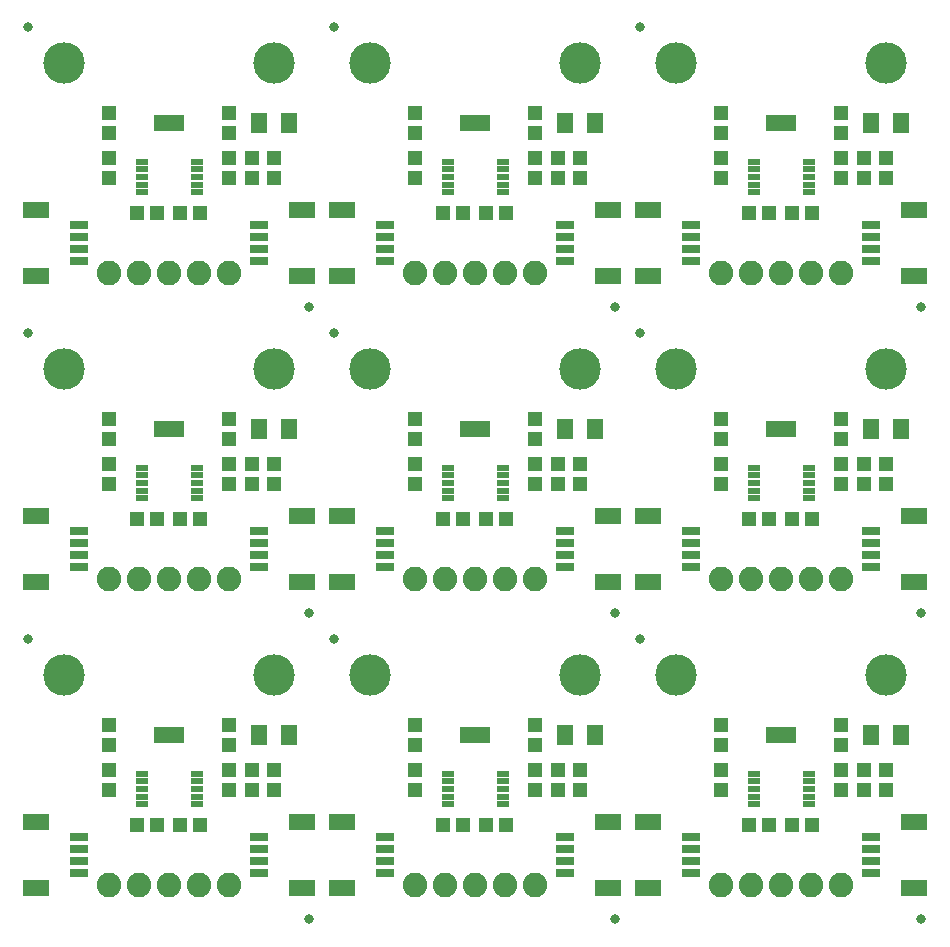
<source format=gts>
G75*
%MOIN*%
%OFA0B0*%
%FSLAX25Y25*%
%IPPOS*%
%LPD*%
%AMOC8*
5,1,8,0,0,1.08239X$1,22.5*
%
%ADD10C,0.13800*%
%ADD11C,0.03300*%
%ADD12R,0.04737X0.05131*%
%ADD13R,0.03300X0.05800*%
%ADD14R,0.08674X0.05524*%
%ADD15R,0.06115X0.03162*%
%ADD16C,0.08200*%
%ADD17R,0.05131X0.04737*%
%ADD18R,0.04343X0.02296*%
%ADD19R,0.05800X0.03300*%
D10*
X0071333Y0093500D03*
X0141333Y0093500D03*
X0173333Y0093500D03*
X0243333Y0093500D03*
X0275333Y0093500D03*
X0345333Y0093500D03*
X0345333Y0195500D03*
X0275333Y0195500D03*
X0243333Y0195500D03*
X0173333Y0195500D03*
X0141333Y0195500D03*
X0071333Y0195500D03*
X0071333Y0297500D03*
X0141333Y0297500D03*
X0173333Y0297500D03*
X0243333Y0297500D03*
X0275333Y0297500D03*
X0345333Y0297500D03*
D11*
X0263333Y0309500D03*
X0254833Y0216000D03*
X0263333Y0207500D03*
X0356833Y0216000D03*
X0356833Y0114000D03*
X0263333Y0105500D03*
X0254833Y0114000D03*
X0161333Y0105500D03*
X0152833Y0114000D03*
X0059333Y0105500D03*
X0152833Y0012000D03*
X0254833Y0012000D03*
X0356833Y0012000D03*
X0161333Y0207500D03*
X0152833Y0216000D03*
X0059333Y0207500D03*
X0059333Y0309500D03*
X0161333Y0309500D03*
D12*
X0188333Y0280846D03*
X0188333Y0274154D03*
X0188333Y0265846D03*
X0188333Y0259154D03*
X0228333Y0259154D03*
X0228333Y0265846D03*
X0235833Y0265846D03*
X0235833Y0259154D03*
X0243333Y0259154D03*
X0243333Y0265846D03*
X0228333Y0274154D03*
X0228333Y0280846D03*
X0290333Y0280846D03*
X0290333Y0274154D03*
X0290333Y0265846D03*
X0290333Y0259154D03*
X0330333Y0259154D03*
X0330333Y0265846D03*
X0337833Y0265846D03*
X0337833Y0259154D03*
X0345333Y0259154D03*
X0345333Y0265846D03*
X0330333Y0274154D03*
X0330333Y0280846D03*
X0330333Y0178846D03*
X0330333Y0172154D03*
X0330333Y0163846D03*
X0330333Y0157154D03*
X0337833Y0157154D03*
X0337833Y0163846D03*
X0345333Y0163846D03*
X0345333Y0157154D03*
X0290333Y0157154D03*
X0290333Y0163846D03*
X0290333Y0172154D03*
X0290333Y0178846D03*
X0243333Y0163846D03*
X0243333Y0157154D03*
X0235833Y0157154D03*
X0235833Y0163846D03*
X0228333Y0163846D03*
X0228333Y0157154D03*
X0228333Y0172154D03*
X0228333Y0178846D03*
X0188333Y0178846D03*
X0188333Y0172154D03*
X0188333Y0163846D03*
X0188333Y0157154D03*
X0141333Y0157154D03*
X0141333Y0163846D03*
X0133833Y0163846D03*
X0133833Y0157154D03*
X0126333Y0157154D03*
X0126333Y0163846D03*
X0126333Y0172154D03*
X0126333Y0178846D03*
X0086333Y0178846D03*
X0086333Y0172154D03*
X0086333Y0163846D03*
X0086333Y0157154D03*
X0086333Y0076846D03*
X0086333Y0070154D03*
X0086333Y0061846D03*
X0086333Y0055154D03*
X0126333Y0055154D03*
X0126333Y0061846D03*
X0133833Y0061846D03*
X0133833Y0055154D03*
X0141333Y0055154D03*
X0141333Y0061846D03*
X0126333Y0070154D03*
X0126333Y0076846D03*
X0188333Y0076846D03*
X0188333Y0070154D03*
X0188333Y0061846D03*
X0188333Y0055154D03*
X0228333Y0055154D03*
X0228333Y0061846D03*
X0235833Y0061846D03*
X0235833Y0055154D03*
X0243333Y0055154D03*
X0243333Y0061846D03*
X0228333Y0070154D03*
X0228333Y0076846D03*
X0290333Y0076846D03*
X0290333Y0070154D03*
X0290333Y0061846D03*
X0290333Y0055154D03*
X0330333Y0055154D03*
X0330333Y0061846D03*
X0337833Y0061846D03*
X0337833Y0055154D03*
X0345333Y0055154D03*
X0345333Y0061846D03*
X0330333Y0070154D03*
X0330333Y0076846D03*
X0141333Y0259154D03*
X0141333Y0265846D03*
X0133833Y0265846D03*
X0133833Y0259154D03*
X0126333Y0259154D03*
X0126333Y0265846D03*
X0126333Y0274154D03*
X0126333Y0280846D03*
X0086333Y0280846D03*
X0086333Y0274154D03*
X0086333Y0265846D03*
X0086333Y0259154D03*
D13*
X0103133Y0277500D03*
X0106333Y0277500D03*
X0109533Y0277500D03*
X0205133Y0277500D03*
X0208333Y0277500D03*
X0211533Y0277500D03*
X0307133Y0277500D03*
X0310333Y0277500D03*
X0313533Y0277500D03*
X0313533Y0175500D03*
X0310333Y0175500D03*
X0307133Y0175500D03*
X0211533Y0175500D03*
X0208333Y0175500D03*
X0205133Y0175500D03*
X0109533Y0175500D03*
X0106333Y0175500D03*
X0103133Y0175500D03*
X0103133Y0073500D03*
X0106333Y0073500D03*
X0109533Y0073500D03*
X0205133Y0073500D03*
X0208333Y0073500D03*
X0211533Y0073500D03*
X0307133Y0073500D03*
X0310333Y0073500D03*
X0313533Y0073500D03*
D14*
X0061865Y0022476D03*
X0061865Y0044524D03*
X0061865Y0124476D03*
X0061865Y0146524D03*
X0061865Y0226476D03*
X0061865Y0248524D03*
X0150802Y0248524D03*
X0163865Y0248524D03*
X0163865Y0226476D03*
X0150802Y0226476D03*
X0150802Y0146524D03*
X0163865Y0146524D03*
X0163865Y0124476D03*
X0150802Y0124476D03*
X0150802Y0044524D03*
X0163865Y0044524D03*
X0163865Y0022476D03*
X0150802Y0022476D03*
X0252802Y0022476D03*
X0265865Y0022476D03*
X0265865Y0044524D03*
X0252802Y0044524D03*
X0252802Y0124476D03*
X0265865Y0124476D03*
X0265865Y0146524D03*
X0252802Y0146524D03*
X0252802Y0226476D03*
X0265865Y0226476D03*
X0265865Y0248524D03*
X0252802Y0248524D03*
X0354802Y0248524D03*
X0354802Y0226476D03*
X0354802Y0146524D03*
X0354802Y0124476D03*
X0354802Y0044524D03*
X0354802Y0022476D03*
D15*
X0340333Y0027594D03*
X0340333Y0031531D03*
X0340333Y0035469D03*
X0340333Y0039406D03*
X0280333Y0039406D03*
X0280333Y0035469D03*
X0280333Y0031531D03*
X0280333Y0027594D03*
X0238333Y0027594D03*
X0238333Y0031531D03*
X0238333Y0035469D03*
X0238333Y0039406D03*
X0178333Y0039406D03*
X0178333Y0035469D03*
X0178333Y0031531D03*
X0178333Y0027594D03*
X0136333Y0027594D03*
X0136333Y0031531D03*
X0136333Y0035469D03*
X0136333Y0039406D03*
X0076333Y0039406D03*
X0076333Y0035469D03*
X0076333Y0031531D03*
X0076333Y0027594D03*
X0076333Y0129594D03*
X0076333Y0133531D03*
X0076333Y0137469D03*
X0076333Y0141406D03*
X0136333Y0141406D03*
X0136333Y0137469D03*
X0136333Y0133531D03*
X0136333Y0129594D03*
X0178333Y0129594D03*
X0178333Y0133531D03*
X0178333Y0137469D03*
X0178333Y0141406D03*
X0238333Y0141406D03*
X0238333Y0137469D03*
X0238333Y0133531D03*
X0238333Y0129594D03*
X0280333Y0129594D03*
X0280333Y0133531D03*
X0280333Y0137469D03*
X0280333Y0141406D03*
X0340333Y0141406D03*
X0340333Y0137469D03*
X0340333Y0133531D03*
X0340333Y0129594D03*
X0340333Y0231594D03*
X0340333Y0235531D03*
X0340333Y0239469D03*
X0340333Y0243406D03*
X0280333Y0243406D03*
X0280333Y0239469D03*
X0280333Y0235531D03*
X0280333Y0231594D03*
X0238333Y0231594D03*
X0238333Y0235531D03*
X0238333Y0239469D03*
X0238333Y0243406D03*
X0178333Y0243406D03*
X0178333Y0239469D03*
X0178333Y0235531D03*
X0178333Y0231594D03*
X0136333Y0231594D03*
X0136333Y0235531D03*
X0136333Y0239469D03*
X0136333Y0243406D03*
X0076333Y0243406D03*
X0076333Y0239469D03*
X0076333Y0235531D03*
X0076333Y0231594D03*
D16*
X0086333Y0227500D03*
X0096333Y0227500D03*
X0106333Y0227500D03*
X0116333Y0227500D03*
X0126333Y0227500D03*
X0188333Y0227500D03*
X0198333Y0227500D03*
X0208333Y0227500D03*
X0218333Y0227500D03*
X0228333Y0227500D03*
X0290333Y0227500D03*
X0300333Y0227500D03*
X0310333Y0227500D03*
X0320333Y0227500D03*
X0330333Y0227500D03*
X0330333Y0125500D03*
X0320333Y0125500D03*
X0310333Y0125500D03*
X0300333Y0125500D03*
X0290333Y0125500D03*
X0228333Y0125500D03*
X0218333Y0125500D03*
X0208333Y0125500D03*
X0198333Y0125500D03*
X0188333Y0125500D03*
X0126333Y0125500D03*
X0116333Y0125500D03*
X0106333Y0125500D03*
X0096333Y0125500D03*
X0086333Y0125500D03*
X0086333Y0023500D03*
X0096333Y0023500D03*
X0106333Y0023500D03*
X0116333Y0023500D03*
X0126333Y0023500D03*
X0188333Y0023500D03*
X0198333Y0023500D03*
X0208333Y0023500D03*
X0218333Y0023500D03*
X0228333Y0023500D03*
X0290333Y0023500D03*
X0300333Y0023500D03*
X0310333Y0023500D03*
X0320333Y0023500D03*
X0330333Y0023500D03*
D17*
X0320680Y0043500D03*
X0313987Y0043500D03*
X0306180Y0043500D03*
X0299487Y0043500D03*
X0218680Y0043500D03*
X0211987Y0043500D03*
X0204180Y0043500D03*
X0197487Y0043500D03*
X0116680Y0043500D03*
X0109987Y0043500D03*
X0102180Y0043500D03*
X0095487Y0043500D03*
X0095487Y0145500D03*
X0102180Y0145500D03*
X0109987Y0145500D03*
X0116680Y0145500D03*
X0197487Y0145500D03*
X0204180Y0145500D03*
X0211987Y0145500D03*
X0218680Y0145500D03*
X0299487Y0145500D03*
X0306180Y0145500D03*
X0313987Y0145500D03*
X0320680Y0145500D03*
X0320680Y0247500D03*
X0313987Y0247500D03*
X0306180Y0247500D03*
X0299487Y0247500D03*
X0218680Y0247500D03*
X0211987Y0247500D03*
X0204180Y0247500D03*
X0197487Y0247500D03*
X0116680Y0247500D03*
X0109987Y0247500D03*
X0102180Y0247500D03*
X0095487Y0247500D03*
D18*
X0097180Y0254382D03*
X0097180Y0256941D03*
X0097180Y0259500D03*
X0097180Y0262059D03*
X0097180Y0264618D03*
X0115487Y0264618D03*
X0115487Y0262059D03*
X0115487Y0259500D03*
X0115487Y0256941D03*
X0115487Y0254382D03*
X0199180Y0254382D03*
X0199180Y0256941D03*
X0199180Y0259500D03*
X0199180Y0262059D03*
X0199180Y0264618D03*
X0217487Y0264618D03*
X0217487Y0262059D03*
X0217487Y0259500D03*
X0217487Y0256941D03*
X0217487Y0254382D03*
X0301180Y0254382D03*
X0301180Y0256941D03*
X0301180Y0259500D03*
X0301180Y0262059D03*
X0301180Y0264618D03*
X0319487Y0264618D03*
X0319487Y0262059D03*
X0319487Y0259500D03*
X0319487Y0256941D03*
X0319487Y0254382D03*
X0319487Y0162618D03*
X0319487Y0160059D03*
X0319487Y0157500D03*
X0319487Y0154941D03*
X0319487Y0152382D03*
X0301180Y0152382D03*
X0301180Y0154941D03*
X0301180Y0157500D03*
X0301180Y0160059D03*
X0301180Y0162618D03*
X0217487Y0162618D03*
X0217487Y0160059D03*
X0217487Y0157500D03*
X0217487Y0154941D03*
X0217487Y0152382D03*
X0199180Y0152382D03*
X0199180Y0154941D03*
X0199180Y0157500D03*
X0199180Y0160059D03*
X0199180Y0162618D03*
X0115487Y0162618D03*
X0115487Y0160059D03*
X0115487Y0157500D03*
X0115487Y0154941D03*
X0115487Y0152382D03*
X0097180Y0152382D03*
X0097180Y0154941D03*
X0097180Y0157500D03*
X0097180Y0160059D03*
X0097180Y0162618D03*
X0097180Y0060618D03*
X0097180Y0058059D03*
X0097180Y0055500D03*
X0097180Y0052941D03*
X0097180Y0050382D03*
X0115487Y0050382D03*
X0115487Y0052941D03*
X0115487Y0055500D03*
X0115487Y0058059D03*
X0115487Y0060618D03*
X0199180Y0060618D03*
X0199180Y0058059D03*
X0199180Y0055500D03*
X0199180Y0052941D03*
X0199180Y0050382D03*
X0217487Y0050382D03*
X0217487Y0052941D03*
X0217487Y0055500D03*
X0217487Y0058059D03*
X0217487Y0060618D03*
X0301180Y0060618D03*
X0301180Y0058059D03*
X0301180Y0055500D03*
X0301180Y0052941D03*
X0301180Y0050382D03*
X0319487Y0050382D03*
X0319487Y0052941D03*
X0319487Y0055500D03*
X0319487Y0058059D03*
X0319487Y0060618D03*
D19*
X0340333Y0071900D03*
X0340333Y0075100D03*
X0350333Y0075100D03*
X0350333Y0071900D03*
X0248333Y0071900D03*
X0248333Y0075100D03*
X0238333Y0075100D03*
X0238333Y0071900D03*
X0146333Y0071900D03*
X0146333Y0075100D03*
X0136333Y0075100D03*
X0136333Y0071900D03*
X0136333Y0173900D03*
X0136333Y0177100D03*
X0146333Y0177100D03*
X0146333Y0173900D03*
X0238333Y0173900D03*
X0238333Y0177100D03*
X0248333Y0177100D03*
X0248333Y0173900D03*
X0340333Y0173900D03*
X0340333Y0177100D03*
X0350333Y0177100D03*
X0350333Y0173900D03*
X0350333Y0275900D03*
X0350333Y0279100D03*
X0340333Y0279100D03*
X0340333Y0275900D03*
X0248333Y0275900D03*
X0248333Y0279100D03*
X0238333Y0279100D03*
X0238333Y0275900D03*
X0146333Y0275900D03*
X0146333Y0279100D03*
X0136333Y0279100D03*
X0136333Y0275900D03*
M02*

</source>
